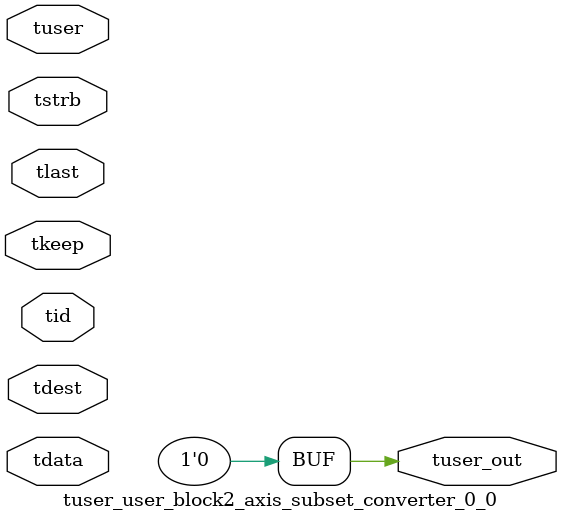
<source format=v>


`timescale 1ps/1ps

module tuser_user_block2_axis_subset_converter_0_0 #
(
parameter C_S_AXIS_TUSER_WIDTH = 1,
parameter C_S_AXIS_TDATA_WIDTH = 32,
parameter C_S_AXIS_TID_WIDTH   = 0,
parameter C_S_AXIS_TDEST_WIDTH = 0,
parameter C_M_AXIS_TUSER_WIDTH = 1
)
(
input  [(C_S_AXIS_TUSER_WIDTH == 0 ? 1 : C_S_AXIS_TUSER_WIDTH)-1:0     ] tuser,
input  [(C_S_AXIS_TDATA_WIDTH == 0 ? 1 : C_S_AXIS_TDATA_WIDTH)-1:0     ] tdata,
input  [(C_S_AXIS_TID_WIDTH   == 0 ? 1 : C_S_AXIS_TID_WIDTH)-1:0       ] tid,
input  [(C_S_AXIS_TDEST_WIDTH == 0 ? 1 : C_S_AXIS_TDEST_WIDTH)-1:0     ] tdest,
input  [(C_S_AXIS_TDATA_WIDTH/8)-1:0 ] tkeep,
input  [(C_S_AXIS_TDATA_WIDTH/8)-1:0 ] tstrb,
input                                                                    tlast,
output [C_M_AXIS_TUSER_WIDTH-1:0] tuser_out
);

assign tuser_out = {1'b0};

endmodule


</source>
